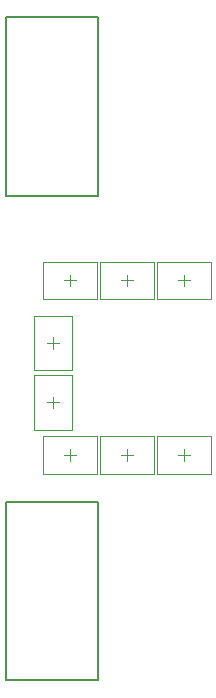
<source format=gbr>
%TF.GenerationSoftware,Altium Limited,Altium Designer,20.0.10 (225)*%
G04 Layer_Color=32768*
%FSLAX26Y26*%
%MOIN*%
%TF.FileFunction,Other,Top_Courtyard*%
%TF.Part,Single*%
G01*
G75*
%TA.AperFunction,NonConductor*%
%ADD19C,0.007874*%
%ADD22C,0.003937*%
%ADD24C,0.001968*%
D19*
X4583484Y3029331D02*
X4887815D01*
X4583484D02*
Y3624213D01*
X4887815D01*
Y3029331D02*
Y3624213D01*
X4583484Y4643504D02*
Y5238386D01*
Y4643504D02*
X4887815D01*
Y5238386D01*
X4583484D02*
X4887815D01*
D22*
X5175634Y4342205D02*
Y4381575D01*
X5155949Y4361890D02*
X5195319D01*
X4985634Y4342205D02*
Y4381575D01*
X4965949Y4361890D02*
X5005319D01*
X4796736Y4342205D02*
Y4381575D01*
X4777051Y4361890D02*
X4816421D01*
X4719547Y4153543D02*
X4758917D01*
X4739232Y4133858D02*
Y4173228D01*
X4719547Y3955000D02*
X4758917D01*
X4739232Y3935315D02*
Y3974685D01*
X5175634Y3759055D02*
Y3798425D01*
X5155949Y3778740D02*
X5195319D01*
X4985634Y3759055D02*
Y3798425D01*
X4965949Y3778740D02*
X5005319D01*
X4796736Y3759055D02*
Y3798425D01*
X4777051Y3778740D02*
X4816421D01*
D24*
X5085083Y4424882D02*
X5266185D01*
X5085083Y4298898D02*
X5266185D01*
X5085083D02*
Y4424882D01*
X5266185Y4298898D02*
Y4424882D01*
X4895083D02*
X5076185D01*
X4895083Y4298898D02*
X5076185D01*
X4895083D02*
Y4424882D01*
X5076185Y4298898D02*
Y4424882D01*
X4706185D02*
X4887287D01*
X4706185Y4298898D02*
X4887287D01*
X4706185D02*
Y4424882D01*
X4887287Y4298898D02*
Y4424882D01*
X4802224Y4062992D02*
Y4244094D01*
X4676240Y4062992D02*
Y4244094D01*
X4802224D01*
X4676240Y4062992D02*
X4802224D01*
Y3864449D02*
Y4045551D01*
X4676240Y3864449D02*
Y4045551D01*
X4802224D01*
X4676240Y3864449D02*
X4802224D01*
X5085083Y3841732D02*
X5266185D01*
X5085083Y3715748D02*
X5266185D01*
X5085083D02*
Y3841732D01*
X5266185Y3715748D02*
Y3841732D01*
X4895083D02*
X5076185D01*
X4895083Y3715748D02*
X5076185D01*
X4895083D02*
Y3841732D01*
X5076185Y3715748D02*
Y3841732D01*
X4706185D02*
X4887287D01*
X4706185Y3715748D02*
X4887287D01*
X4706185D02*
Y3841732D01*
X4887287Y3715748D02*
Y3841732D01*
%TF.MD5,0a4bfbc2c1c08287f34471b667ded406*%
M02*

</source>
